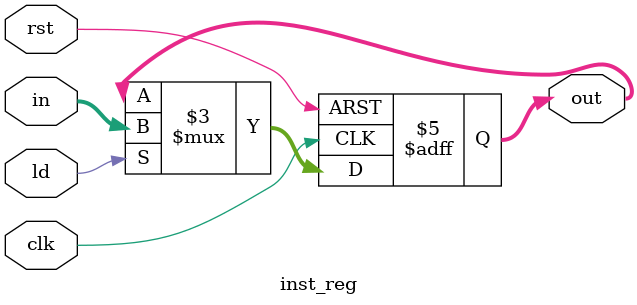
<source format=v>
module inst_reg (clk, rst, ld, in, out);
	input clk, rst, ld;
	
	parameter n = 16;
	input [n-1:0] in;
	output reg [n-1:0] out;
	
	initial begin
		out <= 16'b0;
	end
	always @(posedge clk or posedge rst) begin
		if (rst) begin
			out <= 16'b0;
		end
		else begin
			if(ld) out <= in;
		end
	end
endmodule

</source>
